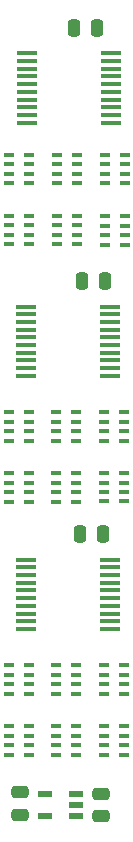
<source format=gtp>
%TF.GenerationSoftware,KiCad,Pcbnew,8.0.4*%
%TF.CreationDate,2024-08-20T09:37:24+02:00*%
%TF.ProjectId,Address Buffer 24bit,41646472-6573-4732-9042-756666657220,V0*%
%TF.SameCoordinates,PX54c81a0PY37b6b20*%
%TF.FileFunction,Paste,Top*%
%TF.FilePolarity,Positive*%
%FSLAX46Y46*%
G04 Gerber Fmt 4.6, Leading zero omitted, Abs format (unit mm)*
G04 Created by KiCad (PCBNEW 8.0.4) date 2024-08-20 09:37:24*
%MOMM*%
%LPD*%
G01*
G04 APERTURE LIST*
G04 Aperture macros list*
%AMRoundRect*
0 Rectangle with rounded corners*
0 $1 Rounding radius*
0 $2 $3 $4 $5 $6 $7 $8 $9 X,Y pos of 4 corners*
0 Add a 4 corners polygon primitive as box body*
4,1,4,$2,$3,$4,$5,$6,$7,$8,$9,$2,$3,0*
0 Add four circle primitives for the rounded corners*
1,1,$1+$1,$2,$3*
1,1,$1+$1,$4,$5*
1,1,$1+$1,$6,$7*
1,1,$1+$1,$8,$9*
0 Add four rect primitives between the rounded corners*
20,1,$1+$1,$2,$3,$4,$5,0*
20,1,$1+$1,$4,$5,$6,$7,0*
20,1,$1+$1,$6,$7,$8,$9,0*
20,1,$1+$1,$8,$9,$2,$3,0*%
G04 Aperture macros list end*
%ADD10R,1.800000X0.450000*%
%ADD11R,0.900000X0.450000*%
%ADD12R,0.950000X0.450000*%
%ADD13RoundRect,0.250000X0.250000X0.475000X-0.250000X0.475000X-0.250000X-0.475000X0.250000X-0.475000X0*%
%ADD14RoundRect,0.250000X-0.475000X0.250000X-0.475000X-0.250000X0.475000X-0.250000X0.475000X0.250000X0*%
%ADD15RoundRect,0.250000X0.475000X-0.250000X0.475000X0.250000X-0.475000X0.250000X-0.475000X-0.250000X0*%
%ADD16R,1.150000X0.600000*%
G04 APERTURE END LIST*
D10*
%TO.C,IC1*%
X4490000Y-47691000D03*
X4490000Y-48341000D03*
X4490000Y-48991000D03*
X4490000Y-49641000D03*
X4490000Y-50291000D03*
X4490000Y-50941000D03*
X4490000Y-51591000D03*
X4490000Y-52241000D03*
X4490000Y-52891000D03*
X4490000Y-53541000D03*
X11590000Y-53541000D03*
X11590000Y-52891000D03*
X11590000Y-52241000D03*
X11590000Y-51591000D03*
X11590000Y-50941000D03*
X11590000Y-50291000D03*
X11590000Y-49641000D03*
X11590000Y-48991000D03*
X11590000Y-48341000D03*
X11590000Y-47691000D03*
%TD*%
D11*
%TO.C,RN5*%
X8724000Y-59036000D03*
X8724000Y-58236000D03*
X8724000Y-57436000D03*
X8724000Y-56636000D03*
X7024000Y-56636000D03*
X7024000Y-57436000D03*
X7024000Y-58236000D03*
X7024000Y-59036000D03*
%TD*%
D12*
%TO.C,CN6*%
X11140000Y-13392800D03*
X11140000Y-14192800D03*
X11140000Y-14992800D03*
X11140000Y-15792800D03*
X12840000Y-15792800D03*
X12840000Y-14992800D03*
X12840000Y-14192800D03*
X12840000Y-13392800D03*
%TD*%
D11*
%TO.C,RN14*%
X4712000Y-20981200D03*
X4712000Y-20181200D03*
X4712000Y-19381200D03*
X4712000Y-18581200D03*
X3012000Y-18581200D03*
X3012000Y-19381200D03*
X3012000Y-20181200D03*
X3012000Y-20981200D03*
%TD*%
%TO.C,RN11*%
X8776000Y-20981200D03*
X8776000Y-20181200D03*
X8776000Y-19381200D03*
X8776000Y-18581200D03*
X7076000Y-18581200D03*
X7076000Y-19381200D03*
X7076000Y-20181200D03*
X7076000Y-20981200D03*
%TD*%
%TO.C,RN10*%
X8724000Y-37613200D03*
X8724000Y-36813200D03*
X8724000Y-36013200D03*
X8724000Y-35213200D03*
X7024000Y-35213200D03*
X7024000Y-36013200D03*
X7024000Y-36813200D03*
X7024000Y-37613200D03*
%TD*%
D12*
%TO.C,CN3*%
X11088000Y-40350200D03*
X11088000Y-41150200D03*
X11088000Y-41950200D03*
X11088000Y-42750200D03*
X12788000Y-42750200D03*
X12788000Y-41950200D03*
X12788000Y-41150200D03*
X12788000Y-40350200D03*
%TD*%
%TO.C,CN4*%
X11088000Y-35194000D03*
X11088000Y-35994000D03*
X11088000Y-36794000D03*
X11088000Y-37594000D03*
X12788000Y-37594000D03*
X12788000Y-36794000D03*
X12788000Y-35994000D03*
X12788000Y-35194000D03*
%TD*%
%TO.C,CN5*%
X11140000Y-18612000D03*
X11140000Y-19412000D03*
X11140000Y-20212000D03*
X11140000Y-21012000D03*
X12840000Y-21012000D03*
X12840000Y-20212000D03*
X12840000Y-19412000D03*
X12840000Y-18612000D03*
%TD*%
D11*
%TO.C,RN12*%
X8776000Y-15812000D03*
X8776000Y-15012000D03*
X8776000Y-14212000D03*
X8776000Y-13412000D03*
X7076000Y-13412000D03*
X7076000Y-14212000D03*
X7076000Y-15012000D03*
X7076000Y-15812000D03*
%TD*%
%TO.C,RN4*%
X4689000Y-42763200D03*
X4689000Y-41963200D03*
X4689000Y-41163200D03*
X4689000Y-40363200D03*
X2989000Y-40363200D03*
X2989000Y-41163200D03*
X2989000Y-41963200D03*
X2989000Y-42763200D03*
%TD*%
D13*
%TO.C,C3*%
X10459000Y-2667000D03*
X8559000Y-2667000D03*
%TD*%
%TO.C,C2*%
X11138800Y-24108600D03*
X9238800Y-24108600D03*
%TD*%
D10*
%TO.C,IC2*%
X4490000Y-26263600D03*
X4490000Y-26913600D03*
X4490000Y-27563600D03*
X4490000Y-28213600D03*
X4490000Y-28863600D03*
X4490000Y-29513600D03*
X4490000Y-30163600D03*
X4490000Y-30813600D03*
X4490000Y-31463600D03*
X4490000Y-32113600D03*
X11590000Y-32113600D03*
X11590000Y-31463600D03*
X11590000Y-30813600D03*
X11590000Y-30163600D03*
X11590000Y-29513600D03*
X11590000Y-28863600D03*
X11590000Y-28213600D03*
X11590000Y-27563600D03*
X11590000Y-26913600D03*
X11590000Y-26263600D03*
%TD*%
D11*
%TO.C,RN9*%
X8724000Y-42782400D03*
X8724000Y-41982400D03*
X8724000Y-41182400D03*
X8724000Y-40382400D03*
X7024000Y-40382400D03*
X7024000Y-41182400D03*
X7024000Y-41982400D03*
X7024000Y-42782400D03*
%TD*%
D13*
%TO.C,C1*%
X10967000Y-45536000D03*
X9067000Y-45536000D03*
%TD*%
D14*
%TO.C,C9*%
X3937000Y-67392000D03*
X3937000Y-69292000D03*
%TD*%
D11*
%TO.C,RN2*%
X4689000Y-64192000D03*
X4689000Y-63392000D03*
X4689000Y-62592000D03*
X4689000Y-61792000D03*
X2989000Y-61792000D03*
X2989000Y-62592000D03*
X2989000Y-63392000D03*
X2989000Y-64192000D03*
%TD*%
D15*
%TO.C,C8*%
X10795000Y-69387000D03*
X10795000Y-67487000D03*
%TD*%
D11*
%TO.C,RN13*%
X4712000Y-15812000D03*
X4712000Y-15012000D03*
X4712000Y-14212000D03*
X4712000Y-13412000D03*
X3012000Y-13412000D03*
X3012000Y-14212000D03*
X3012000Y-15012000D03*
X3012000Y-15812000D03*
%TD*%
D10*
%TO.C,IC3*%
X4542000Y-4822000D03*
X4542000Y-5472000D03*
X4542000Y-6122000D03*
X4542000Y-6772000D03*
X4542000Y-7422000D03*
X4542000Y-8072000D03*
X4542000Y-8722000D03*
X4542000Y-9372000D03*
X4542000Y-10022000D03*
X4542000Y-10672000D03*
X11642000Y-10672000D03*
X11642000Y-10022000D03*
X11642000Y-9372000D03*
X11642000Y-8722000D03*
X11642000Y-8072000D03*
X11642000Y-7422000D03*
X11642000Y-6772000D03*
X11642000Y-6122000D03*
X11642000Y-5472000D03*
X11642000Y-4822000D03*
%TD*%
D12*
%TO.C,CN2*%
X11088000Y-61792000D03*
X11088000Y-62592000D03*
X11088000Y-63392000D03*
X11088000Y-64192000D03*
X12788000Y-64192000D03*
X12788000Y-63392000D03*
X12788000Y-62592000D03*
X12788000Y-61792000D03*
%TD*%
D11*
%TO.C,RN1*%
X4689000Y-59036000D03*
X4689000Y-58236000D03*
X4689000Y-57436000D03*
X4689000Y-56636000D03*
X2989000Y-56636000D03*
X2989000Y-57436000D03*
X2989000Y-58236000D03*
X2989000Y-59036000D03*
%TD*%
%TO.C,RN6*%
X8724000Y-64192000D03*
X8724000Y-63392000D03*
X8724000Y-62592000D03*
X8724000Y-61792000D03*
X7024000Y-61792000D03*
X7024000Y-62592000D03*
X7024000Y-63392000D03*
X7024000Y-64192000D03*
%TD*%
D12*
%TO.C,CN1*%
X11088000Y-56636000D03*
X11088000Y-57436000D03*
X11088000Y-58236000D03*
X11088000Y-59036000D03*
X12788000Y-59036000D03*
X12788000Y-58236000D03*
X12788000Y-57436000D03*
X12788000Y-56636000D03*
%TD*%
D11*
%TO.C,RN3*%
X4689000Y-37594000D03*
X4689000Y-36794000D03*
X4689000Y-35994000D03*
X4689000Y-35194000D03*
X2989000Y-35194000D03*
X2989000Y-35994000D03*
X2989000Y-36794000D03*
X2989000Y-37594000D03*
%TD*%
D16*
%TO.C,IC5*%
X8666000Y-69403000D03*
X8666000Y-68453000D03*
X8666000Y-67503000D03*
X6066000Y-67503000D03*
X6066000Y-69403000D03*
%TD*%
M02*

</source>
